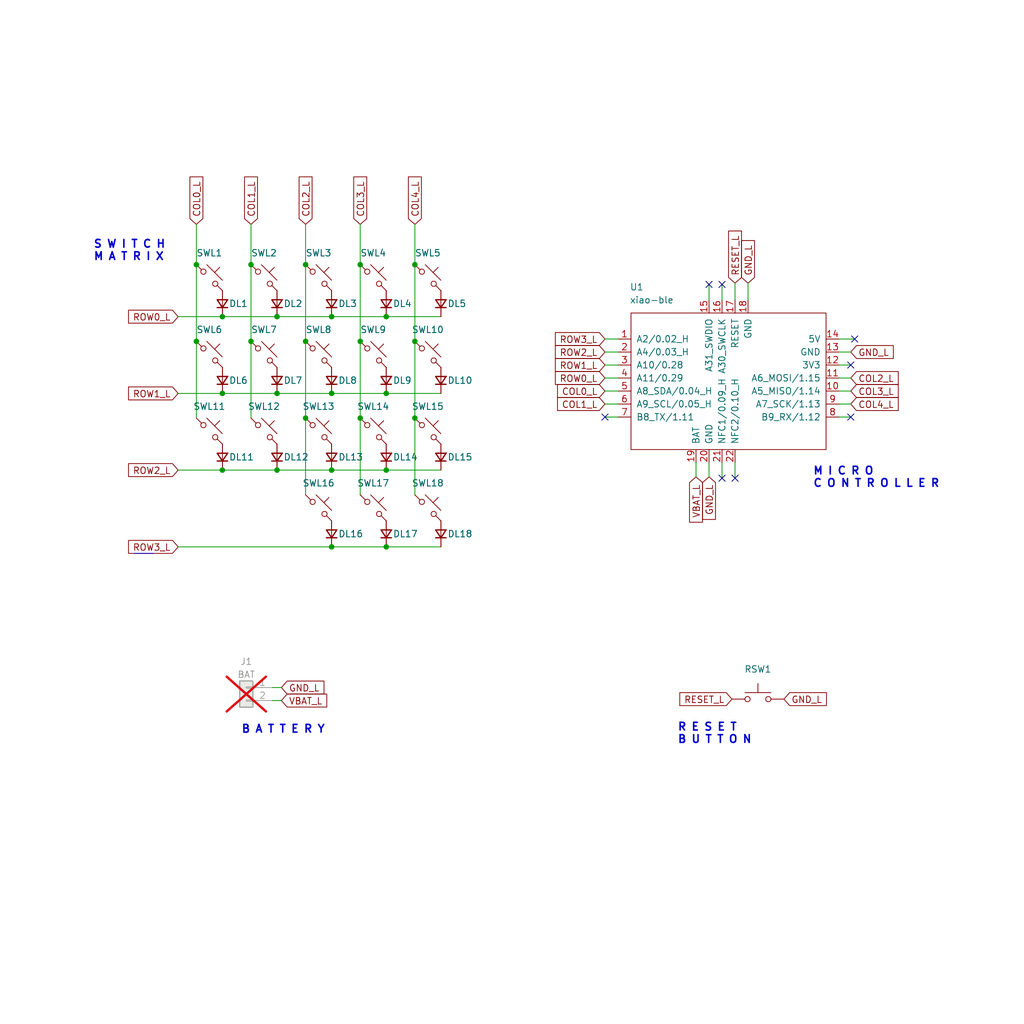
<source format=kicad_sch>
(kicad_sch (version 20231120) (generator "eeschema") (generator_version "8.0")
  (paper "User" 200 200)
  (title_block (title "Karma Wireless Split Ergonomic Keyboard") (date "2023-04-04") (rev "0.32"))
  (lib_symbols
    (symbol "Connector_Generic:Conn_01x02" (pin_names (offset 1.016) hide)
      (property "Reference" "J" (at 0 2.54 0))
      (property "Value" "Conn_01x02" (at 0 -5.08 0))
      (symbol "Conn_01x02_1_1"
        (rectangle (start -1.27 -2.413) (end 0 -2.667) (stroke (width 0.1524)))
        (rectangle (start -1.27 0.127) (end 0 -0.127) (stroke (width 0.1524)))
        (rectangle (start -1.27 1.27) (end 1.27 -3.81) (stroke (width 0.254)) (fill (type background)))
        (pin passive line (at -5.08 0 0) (length 3.81) (name "Pin_1") (number "1"))
        (pin passive line (at -5.08 -2.54 0) (length 3.81) (name "Pin_2") (number "2"))
      )
    )
    (symbol "Device:D_Small" (pin_numbers hide) (pin_names (offset 0.254) hide)
      (property "Reference" "D" (at -1.27 2.032 0))
      (property "Value" "D_Small" (at -3.81 -2.032 0))
      (symbol "D_Small_0_1"
        (polyline (pts (xy -0.762 -1.016) (xy -0.762 1.016)) (stroke (width 0.254)))
        (polyline (pts (xy -0.762 0) (xy 0.762 0)))
        (polyline (pts (xy 0.762 -1.016) (xy -0.762 0) (xy 0.762 1.016) (xy 0.762 -1.016)) (stroke (width 0.254)))
      )
      (symbol "D_Small_1_1"
        (pin passive line (at -2.54 0 0) (length 1.778) (name "K") (number "1"))
        (pin passive line (at 2.54 0 180) (length 1.778) (name "A") (number "2"))
      )
    )
    (symbol "Switch:SW_Push" (pin_numbers hide) (pin_names (offset 1.016) hide)
      (property "Reference" "SW" (at 1.27 2.54 0))
      (property "Value" "SW_Push" (at 0 -1.524 0))
      (symbol "SW_Push_0_1"
        (circle (center -2.032 0) (radius 0.508))
        (polyline (pts (xy 0 1.27) (xy 0 3.048)))
        (polyline (pts (xy 2.54 1.27) (xy -2.54 1.27)))
        (circle (center 2.032 0) (radius 0.508))
        (pin passive line (at -5.08 0 0) (length 2.54) (name "1") (number "1"))
        (pin passive line (at 5.08 0 180) (length 2.54) (name "2") (number "2"))
      )
    )
    (symbol "Switch:SW_Push_45deg" (pin_numbers hide) (pin_names (offset 1.016) hide)
      (property "Reference" "SW" (at 3.048 1.016 0))
      (property "Value" "SW_Push_45deg" (at 0 -3.81 0))
      (symbol "SW_Push_45deg_0_1"
        (circle (center -1.1684 1.1684) (radius 0.508))
        (polyline (pts (xy -0.508 2.54) (xy 2.54 -0.508)))
        (polyline (pts (xy 1.016 1.016) (xy 2.032 2.032)))
        (polyline (pts (xy -2.54 2.54) (xy -1.524 1.524) (xy -1.524 1.524)))
        (polyline (pts (xy 1.524 -1.524) (xy 2.54 -2.54) (xy 2.54 -2.54) (xy 2.54 -2.54)))
        (circle (center 1.143 -1.1938) (radius 0.508))
        (pin passive line (at -2.54 2.54 0) (length 0) (name "1") (number "1"))
        (pin passive line (at 2.54 -2.54 180) (length 0) (name "2") (number "2"))
      )
    )
    (symbol "mcu:xiao-ble" (pin_names (offset 1.016))
      (property "Reference" "U" (at -17.78 16.51 0))
      (property "Value" "xiao-ble" (at -15.24 13.97 0))
      (symbol "xiao-ble_0_1"
        (rectangle (start -19.05 12.7) (end 19.05 -13.97))
      )
      (symbol "xiao-ble_1_1"
        (pin bidirectional line (at -21.59 7.62 0) (length 2.54) (name "A2/0.02_H") (number "1"))
        (pin bidirectional line (at 21.59 -2.54 180) (length 2.54) (name "A5_MISO/1.14") (number "10"))
        (pin bidirectional line (at 21.59 0 180) (length 2.54) (name "A6_MOSI/1.15") (number "11"))
        (pin power_out line (at 21.59 2.54 180) (length 2.54) (name "3V3") (number "12"))
        (pin power_out line (at 21.59 5.08 180) (length 2.54) (name "GND") (number "13"))
        (pin power_out line (at 21.59 7.62 180) (length 2.54) (name "5V") (number "14"))
        (pin input line (at -3.81 15.24 270) (length 2.54) (name "A31_SWDIO") (number "15"))
        (pin input line (at -1.27 15.24 270) (length 2.54) (name "A30_SWCLK") (number "16"))
        (pin input line (at 1.27 15.24 270) (length 2.54) (name "RESET") (number "17"))
        (pin power_out line (at 3.81 15.24 270) (length 2.54) (name "GND") (number "18"))
        (pin bidirectional line (at -6.35 -16.51 90) (length 2.54) (name "BAT") (number "19"))
        (pin bidirectional line (at -21.59 5.08 0) (length 2.54) (name "A4/0.03_H") (number "2"))
        (pin power_out line (at -3.81 -16.51 90) (length 2.54) (name "GND") (number "20"))
        (pin bidirectional line (at -1.27 -16.51 90) (length 2.54) (name "NFC1/0.09_H") (number "21"))
        (pin bidirectional line (at 1.27 -16.51 90) (length 2.54) (name "NFC2/0.10_H") (number "22"))
        (pin bidirectional line (at -21.59 2.54 0) (length 2.54) (name "A10/0.28") (number "3"))
        (pin bidirectional line (at -21.59 0 0) (length 2.54) (name "A11/0.29") (number "4"))
        (pin bidirectional line (at -21.59 -2.54 0) (length 2.54) (name "A8_SDA/0.04_H") (number "5"))
        (pin bidirectional line (at -21.59 -5.08 0) (length 2.54) (name "A9_SCL/0.05_H") (number "6"))
        (pin bidirectional line (at -21.59 -7.62 0) (length 2.54) (name "B8_TX/1.11") (number "7"))
        (pin bidirectional line (at 21.59 -7.62 180) (length 2.54) (name "B9_RX/1.12") (number "8"))
        (pin bidirectional line (at 21.59 -5.08 180) (length 2.54) (name "A7_SCK/1.13") (number "9"))
      )
    )
  )
  (junction (at 70.358 51.689))
  (junction (at 54.102 76.835))
  (junction (at 38.354 66.675))
  (junction (at 43.434 76.835))
  (junction (at 43.434 61.849))
  (junction (at 59.69 66.675))
  (junction (at 75.438 91.821))
  (junction (at 49.022 51.689))
  (junction (at 49.022 66.675))
  (junction (at 64.77 91.821))
  (junction (at 70.358 81.661))
  (junction (at 81.026 51.689))
  (junction (at 54.102 91.821))
  (junction (at 43.434 91.821))
  (junction (at 75.438 106.807))
  (junction (at 81.026 81.661))
  (junction (at 75.438 76.835))
  (junction (at 54.102 61.849))
  (junction (at 38.354 51.689))
  (junction (at 64.77 106.807))
  (junction (at 81.026 66.675))
  (junction (at 64.77 76.835))
  (junction (at 59.69 51.689))
  (junction (at 59.69 81.661))
  (junction (at 70.358 66.675))
  (junction (at 75.438 61.849))
  (junction (at 64.77 61.849))
  (no_connect (at 118.1608 81.4578))
  (no_connect (at 141.0208 93.3958))
  (no_connect (at 166.9288 66.2178))
  (no_connect (at 166.1668 81.4578))
  (no_connect (at 138.4808 55.5498))
  (no_connect (at 166.1668 71.2978))
  (no_connect (at 141.0208 55.5498))
  (no_connect (at 143.5608 93.3958))
  (wire (pts (xy 54.9656 134.2898) (xy 53.1876 134.2898)))
  (wire (pts (xy 138.4808 55.5498) (xy 138.4808 58.5978)))
  (wire (pts (xy 163.8808 71.2978) (xy 166.1668 71.2978)))
  (wire (pts (xy 70.358 81.661) (xy 70.358 96.647)))
  (wire (pts (xy 43.434 61.849) (xy 54.102 61.849)))
  (wire (pts (xy 59.69 51.689) (xy 59.69 66.675)))
  (wire (pts (xy 64.77 61.849) (xy 75.438 61.849)))
  (wire (pts (xy 54.102 76.835) (xy 64.77 76.835)))
  (wire (pts (xy 75.438 61.849) (xy 86.106 61.849)))
  (wire (pts (xy 163.8808 78.9178) (xy 166.1668 78.9178)))
  (wire (pts (xy 118.1608 73.8378) (xy 120.7008 73.8378)))
  (wire (pts (xy 138.4808 90.3478) (xy 138.4808 93.1418)))
  (wire (pts (xy 38.354 43.815) (xy 38.354 51.689)))
  (wire (pts (xy 75.438 91.821) (xy 86.106 91.821)))
  (wire (pts (xy 118.1608 68.7578) (xy 120.7008 68.7578)))
  (wire (pts (xy 81.026 66.675) (xy 81.026 81.661)))
  (wire (pts (xy 64.77 76.835) (xy 75.438 76.835)))
  (wire (pts (xy 118.1608 78.9178) (xy 120.7008 78.9178)))
  (wire (pts (xy 118.1608 71.2978) (xy 120.7008 71.2978)))
  (wire (pts (xy 75.438 106.807) (xy 86.106 106.807)))
  (wire (pts (xy 59.69 66.675) (xy 59.69 81.661)))
  (polyline (pts (xy 26.162 108.077) (xy 29.972 108.077)))
  (wire (pts (xy 49.022 43.815) (xy 49.022 51.689)))
  (wire (pts (xy 53.1876 136.8298) (xy 54.9656 136.8298)))
  (wire (pts (xy 38.354 51.689) (xy 38.354 66.675)))
  (wire (pts (xy 163.8808 76.3778) (xy 166.1668 76.3778)))
  (wire (pts (xy 143.5608 90.3478) (xy 143.5608 93.3958)))
  (wire (pts (xy 70.358 51.689) (xy 70.358 66.675)))
  (wire (pts (xy 54.102 61.849) (xy 64.77 61.849)))
  (wire (pts (xy 54.102 91.821) (xy 64.77 91.821)))
  (wire (pts (xy 143.5608 55.2958) (xy 143.5608 58.5978)))
  (wire (pts (xy 141.0208 90.3478) (xy 141.0208 93.3958)))
  (wire (pts (xy 70.358 43.815) (xy 70.358 51.689)))
  (wire (pts (xy 34.798 61.849) (xy 43.434 61.849)))
  (wire (pts (xy 43.434 76.835) (xy 54.102 76.835)))
  (wire (pts (xy 141.0208 55.5498) (xy 141.0208 58.5978)))
  (wire (pts (xy 146.1008 55.2958) (xy 146.1008 58.5978)))
  (wire (pts (xy 34.798 76.835) (xy 43.434 76.835)))
  (wire (pts (xy 81.026 81.661) (xy 81.026 96.647)))
  (wire (pts (xy 64.77 106.807) (xy 75.438 106.807)))
  (wire (pts (xy 163.8808 68.7578) (xy 166.1668 68.7578)))
  (wire (pts (xy 34.798 106.807) (xy 64.77 106.807)))
  (wire (pts (xy 34.798 91.821) (xy 43.434 91.821)))
  (wire (pts (xy 43.434 91.821) (xy 54.102 91.821)))
  (wire (pts (xy 163.8808 66.2178) (xy 166.9288 66.2178)))
  (wire (pts (xy 118.1608 81.4578) (xy 120.7008 81.4578)))
  (wire (pts (xy 38.354 66.675) (xy 38.354 81.661)))
  (wire (pts (xy 75.438 76.835) (xy 86.106 76.835)))
  (wire (pts (xy 70.358 66.675) (xy 70.358 81.661)))
  (wire (pts (xy 59.69 81.661) (xy 59.69 96.647)))
  (wire (pts (xy 135.9408 90.3478) (xy 135.9408 93.1418)))
  (wire (pts (xy 49.022 51.689) (xy 49.022 66.675)))
  (wire (pts (xy 81.026 51.689) (xy 81.026 66.675)))
  (wire (pts (xy 163.8808 73.8378) (xy 166.1668 73.8378)))
  (wire (pts (xy 59.69 43.815) (xy 59.69 51.689)))
  (wire (pts (xy 118.1608 76.3778) (xy 120.7008 76.3778)))
  (wire (pts (xy 81.026 43.815) (xy 81.026 51.689)))
  (wire (pts (xy 118.1608 66.2178) (xy 120.7008 66.2178)))
  (wire (pts (xy 163.8808 81.4578) (xy 166.1668 81.4578)))
  (wire (pts (xy 64.77 91.821) (xy 75.438 91.821)))
  (wire (pts (xy 49.022 66.675) (xy 49.022 81.661)))
  (text "S W I T C H\nM A T R I X" (at 18.2118 51.1302 0) (effects (font (size 1.5 1.5) (thickness 0.3) (bold yes)) (justify left bottom)))
  (text "B A T T E R Y" (at 47.0916 143.4338 0) (effects (font (size 1.5 1.5) (thickness 0.3) (bold yes)) (justify left bottom)))
  (text "M I C R O \nC O N T R O L L E R" (at 158.75 95.4278 0) (effects (font (size 1.5 1.5) (thickness 0.3) (bold yes)) (justify left bottom)))
  (text "R E S E T \nB U T T O N" (at 132.2832 145.4404 0) (effects (font (size 1.5 1.5) (thickness 0.3) (bold yes)) (justify left bottom)))
  (global_label "GND_L" (shape input) (at 146.1008 55.2958 90) (property "Intersheetrefs" "${INTERSHEET_REFS}" (effects (hide yes))))
  (global_label "GND_L" (shape input) (at 54.9656 134.2898 0) (property "Intersheetrefs" "${INTERSHEET_REFS}" (effects (hide yes))))
  (global_label "COL4_L" (shape input) (at 166.1668 78.9178 0) (property "Intersheetrefs" "${INTERSHEET_REFS}" (effects (hide yes))))
  (global_label "COL0_L" (shape input) (at 38.354 43.815 90) (property "Intersheetrefs" "${INTERSHEET_REFS}" (effects (hide yes))))
  (global_label "COL0_L" (shape input) (at 118.1608 76.3778 180) (property "Intersheetrefs" "${INTERSHEET_REFS}" (effects (hide yes))))
  (global_label "GND_L" (shape input) (at 166.1668 68.7578 0) (property "Intersheetrefs" "${INTERSHEET_REFS}" (effects (hide yes))))
  (global_label "ROW1_L" (shape input) (at 118.1608 71.2978 180) (property "Intersheetrefs" "${INTERSHEET_REFS}" (effects (hide yes))))
  (global_label "ROW2_L" (shape input) (at 118.1608 68.7578 180) (property "Intersheetrefs" "${INTERSHEET_REFS}" (effects (hide yes))))
  (global_label "ROW0_L" (shape input) (at 118.1608 73.8378 180) (property "Intersheetrefs" "${INTERSHEET_REFS}" (effects (hide yes))))
  (global_label "GND_L" (shape input) (at 153.1112 136.5504 0) (property "Intersheetrefs" "${INTERSHEET_REFS}" (effects (hide yes))))
  (global_label "VBAT_L" (shape input) (at 135.9408 93.1418 270) (property "Intersheetrefs" "${INTERSHEET_REFS}" (effects (hide yes))))
  (global_label "COL3_L" (shape input) (at 70.358 43.815 90) (property "Intersheetrefs" "${INTERSHEET_REFS}" (effects (hide yes))))
  (global_label "COL3_L" (shape input) (at 166.1668 76.3778 0) (property "Intersheetrefs" "${INTERSHEET_REFS}" (effects (hide yes))))
  (global_label "ROW0_L" (shape input) (at 34.798 61.849 180) (property "Intersheetrefs" "${INTERSHEET_REFS}" (effects (hide yes))))
  (global_label "COL1_L" (shape input) (at 118.1608 78.9178 180) (property "Intersheetrefs" "${INTERSHEET_REFS}" (effects (hide yes))))
  (global_label "ROW3_L" (shape input) (at 34.798 106.807 180) (property "Intersheetrefs" "${INTERSHEET_REFS}" (effects (hide yes))))
  (global_label "GND_L" (shape input) (at 138.4808 93.1418 270) (property "Intersheetrefs" "${INTERSHEET_REFS}" (effects (hide yes))))
  (global_label "VBAT_L" (shape input) (at 54.9656 136.8298 0) (property "Intersheetrefs" "${INTERSHEET_REFS}" (effects (hide yes))))
  (global_label "ROW1_L" (shape input) (at 34.798 76.835 180) (property "Intersheetrefs" "${INTERSHEET_REFS}" (effects (hide yes))))
  (global_label "ROW3_L" (shape input) (at 118.1608 66.2178 180) (property "Intersheetrefs" "${INTERSHEET_REFS}" (effects (hide yes))))
  (global_label "RESET_L" (shape input) (at 142.9512 136.5504 180) (property "Intersheetrefs" "${INTERSHEET_REFS}" (effects (hide yes))))
  (global_label "COL2_L" (shape input) (at 59.69 43.815 90) (property "Intersheetrefs" "${INTERSHEET_REFS}" (effects (hide yes))))
  (global_label "RESET_L" (shape input) (at 143.5608 55.2958 90) (property "Intersheetrefs" "${INTERSHEET_REFS}" (effects (hide yes))))
  (global_label "COL2_L" (shape input) (at 166.1668 73.8378 0) (property "Intersheetrefs" "${INTERSHEET_REFS}" (effects (hide yes))))
  (global_label "ROW2_L" (shape input) (at 34.798 91.821 180) (property "Intersheetrefs" "${INTERSHEET_REFS}" (effects (hide yes))))
  (global_label "COL1_L" (shape input) (at 49.022 43.815 90) (property "Intersheetrefs" "${INTERSHEET_REFS}" (effects (hide yes))))
  (global_label "COL4_L" (shape input) (at 81.026 43.815 90) (property "Intersheetrefs" "${INTERSHEET_REFS}" (effects (hide yes))))
  (symbol (lib_id "Switch:SW_Push_45deg") (at 62.23 99.187 0) (unit 1)
    (property "Reference" "SWL16" (at 62.23 94.361 0))
    (property "Value" "SW_Push_45deg" (effects (hide yes)))
    (property "Footprint" "karmalib:Kailh_Socket_PG1350_Optional" (effects (hide yes)))
  )
  (symbol (lib_id "Connector_Generic:Conn_01x02") (at 48.1076 134.2898 0) (mirror y) (unit 1) (dnp yes)
    (property "Reference" "J1" (at 48.1076 129.2098 0))
    (property "Value" "BAT" (at 48.1076 131.7498 0))
    (property "Footprint" "Connector_PinHeader_2.54mm:PinHeader_1x02_P2.54mm_Vertical" (effects (hide yes)))
  )
  (symbol (lib_id "Switch:SW_Push_45deg") (at 72.898 69.215 0) (unit 1)
    (property "Reference" "SWL9" (at 72.898 64.389 0))
    (property "Value" "SW_Push_45deg" (effects (hide yes)))
    (property "Footprint" "karmalib:Kailh_Socket_PG1350_Optional" (effects (hide yes)))
  )
  (symbol (lib_id "Device:D_Small") (at 86.106 104.267 90) (unit 1)
    (property "Reference" "DL18" (at 87.376 104.267 90) (effects (justify right)))
    (property "Value" "D_Small" (effects (hide yes)))
    (property "Footprint" "karmalib:Diode_SOD123" (effects (hide yes)))
  )
  (symbol (lib_id "Device:D_Small") (at 43.434 74.295 90) (unit 1)
    (property "Reference" "DL6" (at 44.704 74.295 90) (effects (justify right)))
    (property "Value" "D_Small" (effects (hide yes)))
    (property "Footprint" "karmalib:Diode_SOD123" (effects (hide yes)))
  )
  (symbol (lib_id "Device:D_Small") (at 75.438 74.295 90) (unit 1)
    (property "Reference" "DL9" (at 76.708 74.295 90) (effects (justify right)))
    (property "Value" "D_Small" (effects (hide yes)))
    (property "Footprint" "karmalib:Diode_SOD123" (effects (hide yes)))
  )
  (symbol (lib_id "Switch:SW_Push") (at 148.0312 136.5504 0) (unit 1)
    (property "Reference" "RSW1" (at 148.0312 130.7084 0))
    (property "Value" "SW_Push" (effects (hide yes)))
    (property "Footprint" "karmalib:SKHLLCA010" (effects (hide yes)))
  )
  (symbol (lib_id "Switch:SW_Push_45deg") (at 83.566 54.229 0) (unit 1)
    (property "Reference" "SWL5" (at 83.566 49.403 0))
    (property "Value" "SW_Push_45deg" (effects (hide yes)))
    (property "Footprint" "karmalib:Kailh_Socket_PG1350_Optional" (effects (hide yes)))
  )
  (symbol (lib_id "Switch:SW_Push_45deg") (at 51.562 69.215 0) (unit 1)
    (property "Reference" "SWL7" (at 51.562 64.389 0))
    (property "Value" "SW_Push_45deg" (effects (hide yes)))
    (property "Footprint" "karmalib:Kailh_Socket_PG1350_Optional" (effects (hide yes)))
  )
  (symbol (lib_id "Switch:SW_Push_45deg") (at 40.894 84.201 0) (unit 1)
    (property "Reference" "SWL11" (at 40.894 79.375 0))
    (property "Value" "SW_Push_45deg" (effects (hide yes)))
    (property "Footprint" "karmalib:Kailh_Socket_PG1350_Optional" (effects (hide yes)))
  )
  (symbol (lib_id "Device:D_Small") (at 86.106 89.281 90) (unit 1)
    (property "Reference" "DL15" (at 87.376 89.281 90) (effects (justify right)))
    (property "Value" "D_Small" (effects (hide yes)))
    (property "Footprint" "karmalib:Diode_SOD123" (effects (hide yes)))
  )
  (symbol (lib_id "Switch:SW_Push_45deg") (at 83.566 69.215 0) (unit 1)
    (property "Reference" "SWL10" (at 83.566 64.389 0))
    (property "Value" "SW_Push_45deg" (effects (hide yes)))
    (property "Footprint" "karmalib:Kailh_Socket_PG1350_Optional" (effects (hide yes)))
  )
  (symbol (lib_id "Switch:SW_Push_45deg") (at 62.23 54.229 0) (unit 1)
    (property "Reference" "SWL3" (at 62.23 49.403 0))
    (property "Value" "SW_Push_45deg" (effects (hide yes)))
    (property "Footprint" "karmalib:Kailh_Socket_PG1350_Optional" (effects (hide yes)))
  )
  (symbol (lib_id "Switch:SW_Push_45deg") (at 72.898 84.201 0) (unit 1)
    (property "Reference" "SWL14" (at 72.898 79.375 0))
    (property "Value" "SW_Push_45deg" (effects (hide yes)))
    (property "Footprint" "karmalib:Kailh_Socket_PG1350_Optional" (effects (hide yes)))
  )
  (symbol (lib_id "Device:D_Small") (at 43.434 89.281 90) (unit 1)
    (property "Reference" "DL11" (at 44.704 89.281 90) (effects (justify right)))
    (property "Value" "D_Small" (effects (hide yes)))
    (property "Footprint" "karmalib:Diode_SOD123" (effects (hide yes)))
  )
  (symbol (lib_id "Switch:SW_Push_45deg") (at 62.23 69.215 0) (unit 1)
    (property "Reference" "SWL8" (at 62.23 64.389 0))
    (property "Value" "SW_Push_45deg" (effects (hide yes)))
    (property "Footprint" "karmalib:Kailh_Socket_PG1350_Optional" (effects (hide yes)))
  )
  (symbol (lib_id "Switch:SW_Push_45deg") (at 62.23 84.201 0) (unit 1)
    (property "Reference" "SWL13" (at 62.23 79.375 0))
    (property "Value" "SW_Push_45deg" (effects (hide yes)))
    (property "Footprint" "karmalib:Kailh_Socket_PG1350_Optional" (effects (hide yes)))
  )
  (symbol (lib_id "Device:D_Small") (at 64.77 104.267 90) (unit 1)
    (property "Reference" "DL16" (at 66.04 104.267 90) (effects (justify right)))
    (property "Value" "D_Small" (effects (hide yes)))
    (property "Footprint" "karmalib:Diode_SOD123" (effects (hide yes)))
  )
  (symbol (lib_id "Device:D_Small") (at 64.77 74.295 90) (unit 1)
    (property "Reference" "DL8" (at 66.04 74.295 90) (effects (justify right)))
    (property "Value" "D_Small" (effects (hide yes)))
    (property "Footprint" "karmalib:Diode_SOD123" (effects (hide yes)))
  )
  (symbol (lib_id "Device:D_Small") (at 75.438 59.309 90) (unit 1)
    (property "Reference" "DL4" (at 76.708 59.309 90) (effects (justify right)))
    (property "Value" "D_Small" (effects (hide yes)))
    (property "Footprint" "karmalib:Diode_SOD123" (effects (hide yes)))
  )
  (symbol (lib_id "Switch:SW_Push_45deg") (at 83.566 99.187 0) (unit 1)
    (property "Reference" "SWL18" (at 83.566 94.361 0))
    (property "Value" "SW_Push_45deg" (effects (hide yes)))
    (property "Footprint" "karmalib:Kailh_Socket_PG1350_Optional" (effects (hide yes)))
  )
  (symbol (lib_id "Switch:SW_Push_45deg") (at 40.894 69.215 0) (unit 1)
    (property "Reference" "SWL6" (at 40.894 64.389 0))
    (property "Value" "SW_Push_45deg" (effects (hide yes)))
    (property "Footprint" "karmalib:Kailh_Socket_PG1350_Optional" (effects (hide yes)))
  )
  (symbol (lib_id "Switch:SW_Push_45deg") (at 51.562 84.201 0) (unit 1)
    (property "Reference" "SWL12" (at 51.562 79.375 0))
    (property "Value" "SW_Push_45deg" (effects (hide yes)))
    (property "Footprint" "karmalib:Kailh_Socket_PG1350_Optional" (effects (hide yes)))
  )
  (symbol (lib_id "Switch:SW_Push_45deg") (at 51.562 54.229 0) (unit 1)
    (property "Reference" "SWL2" (at 51.562 49.403 0))
    (property "Value" "SW_Push_45deg" (effects (hide yes)))
    (property "Footprint" "karmalib:Kailh_Socket_PG1350_Optional" (effects (hide yes)))
  )
  (symbol (lib_id "Switch:SW_Push_45deg") (at 40.894 54.229 0) (unit 1)
    (property "Reference" "SWL1" (at 40.894 49.403 0))
    (property "Value" "SW_Push_45deg" (effects (hide yes)))
    (property "Footprint" "karmalib:Kailh_Socket_PG1350_Optional" (effects (hide yes)))
  )
  (symbol (lib_id "Switch:SW_Push_45deg") (at 72.898 54.229 0) (unit 1)
    (property "Reference" "SWL4" (at 72.898 49.403 0))
    (property "Value" "SW_Push_45deg" (effects (hide yes)))
    (property "Footprint" "karmalib:Kailh_Socket_PG1350_Optional" (effects (hide yes)))
  )
  (symbol (lib_id "Device:D_Small") (at 54.102 59.309 90) (unit 1)
    (property "Reference" "DL2" (at 55.372 59.309 90) (effects (justify right)))
    (property "Value" "D_Small" (effects (hide yes)))
    (property "Footprint" "karmalib:Diode_SOD123" (effects (hide yes)))
  )
  (symbol (lib_id "Device:D_Small") (at 64.77 59.309 90) (unit 1)
    (property "Reference" "DL3" (at 66.04 59.309 90) (effects (justify right)))
    (property "Value" "D_Small" (effects (hide yes)))
    (property "Footprint" "karmalib:Diode_SOD123" (effects (hide yes)))
  )
  (symbol (lib_id "mcu:xiao-ble") (at 142.2908 73.8378 0) (unit 1)
    (property "Reference" "U1" (at 122.9868 56.0578 0) (effects (justify left)))
    (property "Value" "xiao-ble" (at 122.9868 58.5978 0) (effects (justify left)))
    (property "Footprint" "karmalib:XIAO_nRF52840_SMD_Cutout" (effects (hide yes)))
  )
  (symbol (lib_id "Device:D_Small") (at 43.434 59.309 90) (unit 1)
    (property "Reference" "DL1" (at 44.704 59.309 90) (effects (justify right)))
    (property "Value" "D_Small" (effects (hide yes)))
    (property "Footprint" "karmalib:Diode_SOD123" (effects (hide yes)))
  )
  (symbol (lib_id "Device:D_Small") (at 54.102 89.281 90) (unit 1)
    (property "Reference" "DL12" (at 55.372 89.281 90) (effects (justify right)))
    (property "Value" "D_Small" (effects (hide yes)))
    (property "Footprint" "karmalib:Diode_SOD123" (effects (hide yes)))
  )
  (symbol (lib_id "Switch:SW_Push_45deg") (at 72.898 99.187 0) (unit 1)
    (property "Reference" "SWL17" (at 72.898 94.361 0))
    (property "Value" "SW_Push_45deg" (effects (hide yes)))
    (property "Footprint" "karmalib:Kailh_Socket_PG1350_Optional" (effects (hide yes)))
  )
  (symbol (lib_id "Device:D_Small") (at 75.438 104.267 90) (unit 1)
    (property "Reference" "DL17" (at 76.708 104.267 90) (effects (justify right)))
    (property "Value" "D_Small" (effects (hide yes)))
    (property "Footprint" "karmalib:Diode_SOD123" (effects (hide yes)))
  )
  (symbol (lib_id "Device:D_Small") (at 54.102 74.295 90) (unit 1)
    (property "Reference" "DL7" (at 55.372 74.295 90) (effects (justify right)))
    (property "Value" "D_Small" (effects (hide yes)))
    (property "Footprint" "karmalib:Diode_SOD123" (effects (hide yes)))
  )
  (symbol (lib_id "Device:D_Small") (at 75.438 89.281 90) (unit 1)
    (property "Reference" "DL14" (at 76.708 89.281 90) (effects (justify right)))
    (property "Value" "D_Small" (effects (hide yes)))
    (property "Footprint" "karmalib:Diode_SOD123" (effects (hide yes)))
  )
  (symbol (lib_id "Device:D_Small") (at 86.106 74.295 90) (unit 1)
    (property "Reference" "DL10" (at 87.376 74.295 90) (effects (justify right)))
    (property "Value" "D_Small" (effects (hide yes)))
    (property "Footprint" "karmalib:Diode_SOD123" (effects (hide yes)))
  )
  (symbol (lib_id "Device:D_Small") (at 86.106 59.309 90) (unit 1)
    (property "Reference" "DL5" (at 87.376 59.309 90) (effects (justify right)))
    (property "Value" "D_Small" (effects (hide yes)))
    (property "Footprint" "karmalib:Diode_SOD123" (effects (hide yes)))
  )
  (symbol (lib_id "Switch:SW_Push_45deg") (at 83.566 84.201 0) (unit 1)
    (property "Reference" "SWL15" (at 83.566 79.375 0))
    (property "Value" "SW_Push_45deg" (effects (hide yes)))
    (property "Footprint" "karmalib:Kailh_Socket_PG1350_Optional" (effects (hide yes)))
  )
  (symbol (lib_id "Device:D_Small") (at 64.77 89.281 90) (unit 1)
    (property "Reference" "DL13" (at 66.04 89.281 90) (effects (justify right)))
    (property "Value" "D_Small" (effects (hide yes)))
    (property "Footprint" "karmalib:Diode_SOD123" (effects (hide yes)))
  )
)
</source>
